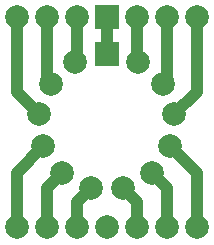
<source format=gbl>
G04 #@! TF.GenerationSoftware,KiCad,Pcbnew,8.0.7*
G04 #@! TF.CreationDate,2025-01-27T18:49:31+01:00*
G04 #@! TF.ProjectId,Socket,536f636b-6574-42e6-9b69-6361645f7063,rev?*
G04 #@! TF.SameCoordinates,Original*
G04 #@! TF.FileFunction,Copper,L2,Bot*
G04 #@! TF.FilePolarity,Positive*
%FSLAX46Y46*%
G04 Gerber Fmt 4.6, Leading zero omitted, Abs format (unit mm)*
G04 Created by KiCad (PCBNEW 8.0.7) date 2025-01-27 18:49:31*
%MOMM*%
%LPD*%
G01*
G04 APERTURE LIST*
G04 #@! TA.AperFunction,ComponentPad*
%ADD10R,2.000000X2.000000*%
G04 #@! TD*
G04 #@! TA.AperFunction,ComponentPad*
%ADD11C,2.000000*%
G04 #@! TD*
G04 #@! TA.AperFunction,Conductor*
%ADD12C,1.000000*%
G04 #@! TD*
G04 APERTURE END LIST*
D10*
X7620000Y14640000D03*
D11*
X10292158Y13981372D03*
X12352157Y12156372D03*
X13328076Y9583086D03*
X12996343Y6851022D03*
X11432955Y4586063D03*
X8996065Y3307085D03*
X6243935Y3307085D03*
X3807045Y4586063D03*
X2243657Y6851022D03*
X1911924Y9583086D03*
X2887843Y12156372D03*
X4947842Y13981372D03*
X0Y17780000D03*
X2540000Y17780000D03*
X5080000Y17780000D03*
D10*
X7620000Y17780000D03*
D11*
X10160000Y17780000D03*
X12700000Y17780000D03*
X15240000Y17780000D03*
X0Y0D03*
X2540000Y0D03*
X5080000Y0D03*
X7620000Y0D03*
X10160000Y0D03*
X12700000Y0D03*
X15240000Y0D03*
D12*
X10160000Y0D02*
X10160000Y2143150D01*
X10160000Y2143150D02*
X8996065Y3307085D01*
X15240000Y4607365D02*
X12996343Y6851022D01*
X15240000Y0D02*
X15240000Y4607365D01*
X5080000Y0D02*
X5080000Y2143150D01*
X5080000Y2143150D02*
X6243935Y3307085D01*
X15240000Y17780000D02*
X15240000Y11495010D01*
X15240000Y11495010D02*
X13328076Y9583086D01*
X10160000Y17780000D02*
X10160000Y14113530D01*
X10160000Y14113530D02*
X10292158Y13981372D01*
X12700000Y17780000D02*
X12700000Y12504215D01*
X12700000Y12504215D02*
X12352157Y12156372D01*
X0Y17780000D02*
X0Y11495010D01*
X0Y11495010D02*
X1911924Y9583086D01*
X0Y4607365D02*
X2243657Y6851022D01*
X0Y0D02*
X0Y4607365D01*
X2540000Y3319018D02*
X3807045Y4586063D01*
X2540000Y0D02*
X2540000Y3319018D01*
X2540000Y12504215D02*
X2887843Y12156372D01*
X2540000Y17780000D02*
X2540000Y12504215D01*
X7620000Y14640000D02*
X7620000Y17780000D01*
X12700000Y3319018D02*
X11432955Y4586063D01*
X12700000Y0D02*
X12700000Y3319018D01*
X5080000Y14113530D02*
X4947842Y13981372D01*
X5080000Y17780000D02*
X5080000Y14113530D01*
M02*

</source>
